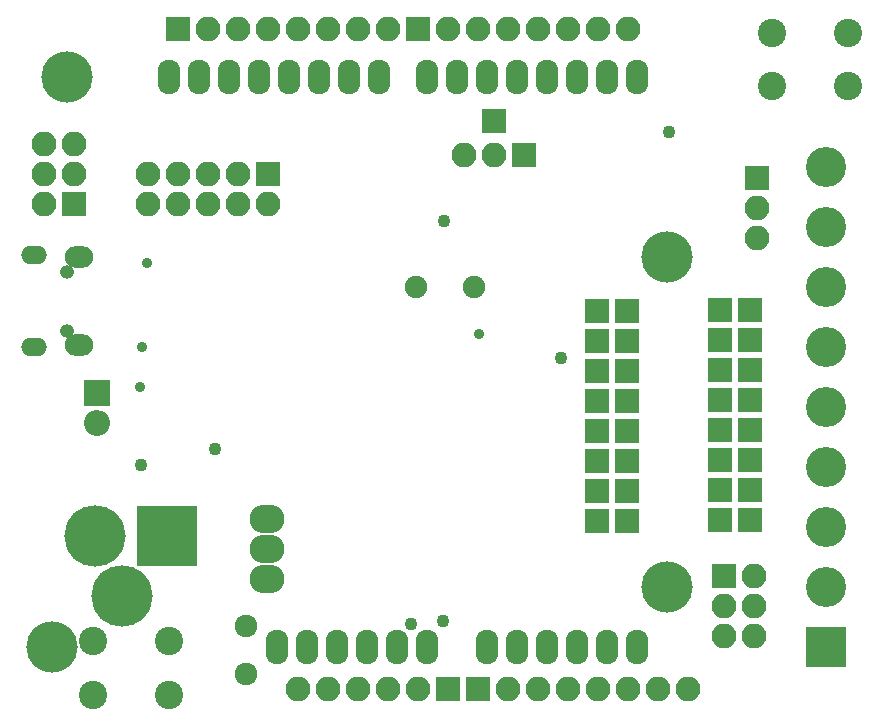
<source format=gbr>
G04 #@! TF.FileFunction,Soldermask,Bot*
%FSLAX46Y46*%
G04 Gerber Fmt 4.6, Leading zero omitted, Abs format (unit mm)*
G04 Created by KiCad (PCBNEW 4.0.7) date 02/06/18 23:35:00*
%MOMM*%
%LPD*%
G01*
G04 APERTURE LIST*
%ADD10C,0.100000*%
%ADD11R,2.100000X2.100000*%
%ADD12O,2.100000X2.100000*%
%ADD13C,3.400000*%
%ADD14R,3.400000X3.400000*%
%ADD15C,1.900000*%
%ADD16C,1.924000*%
%ADD17O,2.400000X1.850000*%
%ADD18O,2.200000X1.550000*%
%ADD19O,1.200000X1.200000*%
%ADD20O,2.940000X2.432000*%
%ADD21R,2.200000X2.200000*%
%ADD22O,2.200000X2.200000*%
%ADD23C,1.100000*%
%ADD24C,0.900000*%
%ADD25C,2.400000*%
%ADD26C,5.200000*%
%ADD27R,5.200000X5.200000*%
%ADD28O,1.924000X2.940000*%
%ADD29C,4.337000*%
G04 APERTURE END LIST*
D10*
D11*
X110100000Y-103600000D03*
D12*
X112640000Y-103600000D03*
X110100000Y-106140000D03*
X112640000Y-106140000D03*
X110100000Y-108680000D03*
X112640000Y-108680000D03*
D13*
X118745000Y-104521000D03*
X118745000Y-99441000D03*
D14*
X118745000Y-109601000D03*
D13*
X118745000Y-94361000D03*
X118745000Y-89281000D03*
X118745000Y-84201000D03*
X118745000Y-79121000D03*
X118745000Y-74041000D03*
X118745000Y-68961000D03*
D11*
X71500000Y-69500000D03*
D12*
X71500000Y-72040000D03*
X68960000Y-69500000D03*
X68960000Y-72040000D03*
X66420000Y-69500000D03*
X66420000Y-72040000D03*
X63880000Y-69500000D03*
X63880000Y-72040000D03*
X61340000Y-69500000D03*
X61340000Y-72040000D03*
D15*
X88880000Y-79100000D03*
X84000000Y-79100000D03*
D11*
X86741000Y-113157000D03*
D12*
X84201000Y-113157000D03*
X81661000Y-113157000D03*
X79121000Y-113157000D03*
X76581000Y-113157000D03*
X74041000Y-113157000D03*
D11*
X89281000Y-113157000D03*
D12*
X91821000Y-113157000D03*
X94361000Y-113157000D03*
X96901000Y-113157000D03*
X99441000Y-113157000D03*
X101981000Y-113157000D03*
X104521000Y-113157000D03*
X107061000Y-113157000D03*
D11*
X63881000Y-57277000D03*
D12*
X66421000Y-57277000D03*
X68961000Y-57277000D03*
X71501000Y-57277000D03*
X74041000Y-57277000D03*
X76581000Y-57277000D03*
X79121000Y-57277000D03*
X81661000Y-57277000D03*
D11*
X84201000Y-57277000D03*
D12*
X86741000Y-57277000D03*
X89281000Y-57277000D03*
X91821000Y-57277000D03*
X94361000Y-57277000D03*
X96901000Y-57277000D03*
X99441000Y-57277000D03*
X101981000Y-57277000D03*
D16*
X69600000Y-107800000D03*
X69600000Y-111864000D03*
D11*
X93100000Y-67900000D03*
D12*
X90560000Y-67900000D03*
X88020000Y-67900000D03*
D11*
X90600000Y-65000000D03*
D17*
X55450000Y-76575000D03*
X55450000Y-84025000D03*
D18*
X51650000Y-76425000D03*
X51650000Y-84175000D03*
D19*
X54400000Y-77800000D03*
X54400000Y-82800000D03*
D11*
X112900000Y-69900000D03*
D12*
X112900000Y-72440000D03*
X112900000Y-74980000D03*
D20*
X71400000Y-101260000D03*
X71400000Y-103800000D03*
X71400000Y-98720000D03*
D11*
X109707158Y-96311198D03*
X112247158Y-96311198D03*
X99329158Y-96343198D03*
X101869158Y-96343198D03*
X109707158Y-91231198D03*
X112247158Y-91231198D03*
X109707158Y-93771198D03*
X112247158Y-93771198D03*
X99329158Y-93803198D03*
X101869158Y-93803198D03*
X99329158Y-91263198D03*
X101869158Y-91263198D03*
X99329158Y-88723198D03*
X101869158Y-88723198D03*
X99329158Y-86183198D03*
X101869158Y-86183198D03*
X99329158Y-83643198D03*
X101869158Y-83643198D03*
X99329158Y-81103198D03*
X101869158Y-81103198D03*
X109707158Y-81071198D03*
X112247158Y-81071198D03*
X109707158Y-98851198D03*
X112247158Y-98851198D03*
X99329158Y-98883198D03*
X101869158Y-98883198D03*
X109707158Y-83611198D03*
X112247158Y-83611198D03*
X109707158Y-86151198D03*
X112247158Y-86151198D03*
X109707158Y-88691198D03*
X112247158Y-88691198D03*
D21*
X57000000Y-88060000D03*
D22*
X57000000Y-90600000D03*
D23*
X86400000Y-73500000D03*
X60700000Y-94200000D03*
X86300000Y-107400000D03*
X83600000Y-107600000D03*
X67000000Y-92800000D03*
D24*
X60600000Y-87600000D03*
X60800000Y-84200000D03*
X61200000Y-77100000D03*
D23*
X96300000Y-85100000D03*
D24*
X89300000Y-83100000D03*
D23*
X105400000Y-65950000D03*
D25*
X63100000Y-109100000D03*
X63100000Y-113600000D03*
X56600000Y-109100000D03*
X56600000Y-113600000D03*
X114100000Y-62100000D03*
X114100000Y-57600000D03*
X120600000Y-62100000D03*
X120600000Y-57600000D03*
D26*
X56844000Y-100202000D03*
D27*
X62944000Y-100202000D03*
D26*
X59134000Y-105282000D03*
D28*
X102724000Y-109604000D03*
X100184000Y-109604000D03*
X97644000Y-109604000D03*
X90024000Y-109604000D03*
X92564000Y-109604000D03*
X95104000Y-109604000D03*
X84944000Y-109604000D03*
X82404000Y-109604000D03*
X79864000Y-109604000D03*
X74784000Y-109604000D03*
X72244000Y-109604000D03*
X102724000Y-61344000D03*
X100184000Y-61344000D03*
X97644000Y-61344000D03*
X95104000Y-61344000D03*
X92564000Y-61344000D03*
X90024000Y-61344000D03*
X87484000Y-61344000D03*
X84944000Y-61344000D03*
X80880000Y-61344000D03*
X78340000Y-61344000D03*
X75800000Y-61344000D03*
X73260000Y-61344000D03*
X70720000Y-61344000D03*
X68180000Y-61344000D03*
X65640000Y-61344000D03*
X63100000Y-61344000D03*
X77324000Y-109604000D03*
D29*
X105264000Y-104524000D03*
X105264000Y-76584000D03*
X54464000Y-61344000D03*
X53194000Y-109604000D03*
D11*
X55050000Y-72050000D03*
D12*
X52510000Y-72050000D03*
X55050000Y-69510000D03*
X52510000Y-69510000D03*
X55050000Y-66970000D03*
X52510000Y-66970000D03*
M02*

</source>
